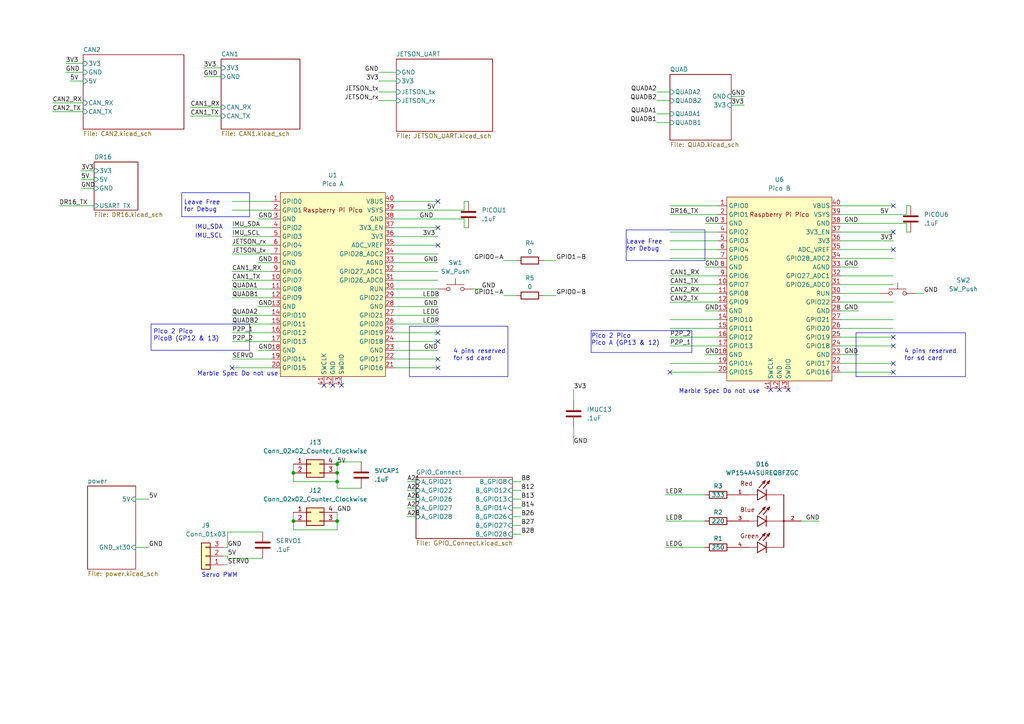
<source format=kicad_sch>
(kicad_sch (version 20230121) (generator eeschema)
  (paper "A4")
  (lib_symbols
    (symbol "Connector_Generic:Conn_01x03" (pin_names (offset 1.016) hide)
      (property "Reference" "J" (at 0 5.08 0))
      (property "Value" "Conn_01x03" (at 0 -5.08 0))
      (symbol "Conn_01x03_1_1"
        (rectangle (start -1.27 -2.413) (end 0 -2.667) (stroke (width 0.1524)))
        (rectangle (start -1.27 0.127) (end 0 -0.127) (stroke (width 0.1524)))
        (rectangle (start -1.27 2.667) (end 0 2.413) (stroke (width 0.1524)))
        (rectangle (start -1.27 3.81) (end 1.27 -3.81) (stroke (width 0.254)) (fill (type background)))
        (pin passive line (at -5.08 2.54 0) (length 3.81) (name "Pin_1") (number "1"))
        (pin passive line (at -5.08 0 0) (length 3.81) (name "Pin_2") (number "2"))
        (pin passive line (at -5.08 -2.54 0) (length 3.81) (name "Pin_3") (number "3"))
      )
    )
    (symbol "Connector_Generic:Conn_02x02_Counter_Clockwise" (pin_names (offset 1.016) hide)
      (property "Reference" "J" (at 1.27 2.54 0))
      (property "Value" "Conn_02x02_Counter_Clockwise" (at 1.27 -5.08 0))
      (symbol "Conn_02x02_Counter_Clockwise_1_1"
        (rectangle (start -1.27 -2.413) (end 0 -2.667) (stroke (width 0.1524)))
        (rectangle (start -1.27 0.127) (end 0 -0.127) (stroke (width 0.1524)))
        (rectangle (start -1.27 1.27) (end 3.81 -3.81) (stroke (width 0.254)) (fill (type background)))
        (rectangle (start 3.81 -2.413) (end 2.54 -2.667) (stroke (width 0.1524)))
        (rectangle (start 3.81 0.127) (end 2.54 -0.127) (stroke (width 0.1524)))
        (pin passive line (at -5.08 0 0) (length 3.81) (name "Pin_1") (number "1"))
        (pin passive line (at -5.08 -2.54 0) (length 3.81) (name "Pin_2") (number "2"))
        (pin passive line (at 7.62 -2.54 180) (length 3.81) (name "Pin_3") (number "3"))
        (pin passive line (at 7.62 0 180) (length 3.81) (name "Pin_4") (number "4"))
      )
    )
    (symbol "Device:C" (pin_numbers hide) (pin_names (offset 0.254))
      (property "Reference" "C" (at 0.635 2.54 0))
      (property "Value" "C" (at 0.635 -2.54 0))
      (symbol "C_0_1"
        (polyline (pts (xy -2.032 -0.762) (xy 2.032 -0.762)) (stroke (width 0.508)))
        (polyline (pts (xy -2.032 0.762) (xy 2.032 0.762)) (stroke (width 0.508)))
      )
      (symbol "C_1_1"
        (pin passive line (at 0 3.81 270) (length 2.794) (name "~") (number "1"))
        (pin passive line (at 0 -3.81 90) (length 2.794) (name "~") (number "2"))
      )
    )
    (symbol "Device:R" (pin_numbers hide) (pin_names (offset 0))
      (property "Reference" "R" (at 2.032 0 90))
      (property "Value" "R" (at 0 0 90))
      (symbol "R_0_1"
        (rectangle (start -1.016 -2.54) (end 1.016 2.54) (stroke (width 0.254)))
      )
      (symbol "R_1_1"
        (pin passive line (at 0 3.81 270) (length 1.27) (name "~") (number "1"))
        (pin passive line (at 0 -3.81 90) (length 1.27) (name "~") (number "2"))
      )
    )
    (symbol "MCU_RaspberryPi_and_Boards:Pico"
      (property "Reference" "U" (at -13.97 27.94 0))
      (property "Value" "Pico" (at 0 19.05 0))
      (symbol "Pico_0_0"
        (text "Raspberry Pi Pico" (at 0 21.59 0) (effects (font (size 1.27 1.27))))
      )
      (symbol "Pico_0_1"
        (rectangle (start -15.24 26.67) (end 15.24 -26.67) (fill (type background)))
      )
      (symbol "Pico_1_1"
        (pin bidirectional line (at -17.78 24.13 0) (length 2.54) (name "GPIO0") (number "1"))
        (pin bidirectional line (at -17.78 1.27 0) (length 2.54) (name "GPIO7") (number "10"))
        (pin bidirectional line (at -17.78 -1.27 0) (length 2.54) (name "GPIO8") (number "11"))
        (pin bidirectional line (at -17.78 -3.81 0) (length 2.54) (name "GPIO9") (number "12"))
        (pin power_in line (at -17.78 -6.35 0) (length 2.54) (name "GND") (number "13"))
        (pin bidirectional line (at -17.78 -8.89 0) (length 2.54) (name "GPIO10") (number "14"))
        (pin bidirectional line (at -17.78 -11.43 0) (length 2.54) (name "GPIO11") (number "15"))
        (pin bidirectional line (at -17.78 -13.97 0) (length 2.54) (name "GPIO12") (number "16"))
        (pin bidirectional line (at -17.78 -16.51 0) (length 2.54) (name "GPIO13") (number "17"))
        (pin power_in line (at -17.78 -19.05 0) (length 2.54) (name "GND") (number "18"))
        (pin bidirectional line (at -17.78 -21.59 0) (length 2.54) (name "GPIO14") (number "19"))
        (pin bidirectional line (at -17.78 21.59 0) (length 2.54) (name "GPIO1") (number "2"))
        (pin bidirectional line (at -17.78 -24.13 0) (length 2.54) (name "GPIO15") (number "20"))
        (pin bidirectional line (at 17.78 -24.13 180) (length 2.54) (name "GPIO16") (number "21"))
        (pin bidirectional line (at 17.78 -21.59 180) (length 2.54) (name "GPIO17") (number "22"))
        (pin power_in line (at 17.78 -19.05 180) (length 2.54) (name "GND") (number "23"))
        (pin bidirectional line (at 17.78 -16.51 180) (length 2.54) (name "GPIO18") (number "24"))
        (pin bidirectional line (at 17.78 -13.97 180) (length 2.54) (name "GPIO19") (number "25"))
        (pin bidirectional line (at 17.78 -11.43 180) (length 2.54) (name "GPIO20") (number "26"))
        (pin bidirectional line (at 17.78 -8.89 180) (length 2.54) (name "GPIO21") (number "27"))
        (pin power_in line (at 17.78 -6.35 180) (length 2.54) (name "GND") (number "28"))
        (pin bidirectional line (at 17.78 -3.81 180) (length 2.54) (name "GPIO22") (number "29"))
        (pin power_in line (at -17.78 19.05 0) (length 2.54) (name "GND") (number "3"))
        (pin input line (at 17.78 -1.27 180) (length 2.54) (name "RUN") (number "30"))
        (pin bidirectional line (at 17.78 1.27 180) (length 2.54) (name "GPIO26_ADC0") (number "31"))
        (pin bidirectional line (at 17.78 3.81 180) (length 2.54) (name "GPIO27_ADC1") (number "32"))
        (pin power_in line (at 17.78 6.35 180) (length 2.54) (name "AGND") (number "33"))
        (pin bidirectional line (at 17.78 8.89 180) (length 2.54) (name "GPIO28_ADC2") (number "34"))
        (pin power_in line (at 17.78 11.43 180) (length 2.54) (name "ADC_VREF") (number "35"))
        (pin power_in line (at 17.78 13.97 180) (length 2.54) (name "3V3") (number "36"))
        (pin input line (at 17.78 16.51 180) (length 2.54) (name "3V3_EN") (number "37"))
        (pin bidirectional line (at 17.78 19.05 180) (length 2.54) (name "GND") (number "38"))
        (pin power_in line (at 17.78 21.59 180) (length 2.54) (name "VSYS") (number "39"))
        (pin bidirectional line (at -17.78 16.51 0) (length 2.54) (name "GPIO2") (number "4"))
        (pin power_in line (at 17.78 24.13 180) (length 2.54) (name "VBUS") (number "40"))
        (pin input line (at -2.54 -29.21 90) (length 2.54) (name "SWCLK") (number "41"))
        (pin power_in line (at 0 -29.21 90) (length 2.54) (name "GND") (number "42"))
        (pin bidirectional line (at 2.54 -29.21 90) (length 2.54) (name "SWDIO") (number "43"))
        (pin bidirectional line (at -17.78 13.97 0) (length 2.54) (name "GPIO3") (number "5"))
        (pin bidirectional line (at -17.78 11.43 0) (length 2.54) (name "GPIO4") (number "6"))
        (pin bidirectional line (at -17.78 8.89 0) (length 2.54) (name "GPIO5") (number "7"))
        (pin power_in line (at -17.78 6.35 0) (length 2.54) (name "GND") (number "8"))
        (pin bidirectional line (at -17.78 3.81 0) (length 2.54) (name "GPIO6") (number "9"))
      )
    )
    (symbol "Switch:SW_Push" (pin_numbers hide) (pin_names (offset 1.016) hide)
      (property "Reference" "SW" (at 1.27 2.54 0))
      (property "Value" "SW_Push" (at 0 -1.524 0))
      (symbol "SW_Push_0_1"
        (circle (center -2.032 0) (radius 0.508))
        (polyline (pts (xy 0 1.27) (xy 0 3.048)))
        (polyline (pts (xy 2.54 1.27) (xy -2.54 1.27)))
        (circle (center 2.032 0) (radius 0.508))
        (pin passive line (at -5.08 0 0) (length 2.54) (name "1") (number "1"))
        (pin passive line (at 5.08 0 180) (length 2.54) (name "2") (number "2"))
      )
    )
    (symbol "WP154A4SUREQBFZGC:WP154A4SUREQBFZGC" (pin_names (offset 1.016))
      (property "Reference" "D" (at -10.16 12.7 0))
      (property "Value" "WP154A4SUREQBFZGC" (at -10.16 -12.7 0))
      (symbol "WP154A4SUREQBFZGC_0_0"
        (polyline (pts (xy -2.54 -9.144) (xy 0 -7.62)) (stroke (width 0.254)))
        (polyline (pts (xy -2.54 -7.62) (xy -5.08 -7.62)) (stroke (width 0.1524)))
        (polyline (pts (xy -2.54 -7.62) (xy -2.54 -9.144)) (stroke (width 0.254)))
        (polyline (pts (xy -2.54 -6.096) (xy -2.54 -7.62)) (stroke (width 0.254)))
        (polyline (pts (xy -2.54 -1.524) (xy 0 0)) (stroke (width 0.254)))
        (polyline (pts (xy -2.54 0) (xy -5.08 0)) (stroke (width 0.1524)))
        (polyline (pts (xy -2.54 0) (xy -2.54 -1.524)) (stroke (width 0.254)))
        (polyline (pts (xy -2.54 1.524) (xy -2.54 0)) (stroke (width 0.254)))
        (polyline (pts (xy -2.54 6.096) (xy 0 7.62)) (stroke (width 0.254)))
        (polyline (pts (xy -2.54 7.62) (xy -5.08 7.62)) (stroke (width 0.1524)))
        (polyline (pts (xy -2.54 7.62) (xy -2.54 6.096)) (stroke (width 0.254)))
        (polyline (pts (xy -2.54 9.144) (xy -2.54 7.62)) (stroke (width 0.254)))
        (polyline (pts (xy -0.3556 -3.5814) (xy -2.1336 -5.6134)) (stroke (width 0.254)))
        (polyline (pts (xy -0.3556 4.0386) (xy -2.1336 2.0066)) (stroke (width 0.254)))
        (polyline (pts (xy -0.3556 11.6586) (xy -2.1336 9.6266)) (stroke (width 0.254)))
        (polyline (pts (xy 0 -7.62) (xy -2.54 -6.096)) (stroke (width 0.254)))
        (polyline (pts (xy 0 -7.62) (xy 0 -9.144)) (stroke (width 0.254)))
        (polyline (pts (xy 0 -6.096) (xy 0 -7.62)) (stroke (width 0.254)))
        (polyline (pts (xy 0 0) (xy -2.54 1.524)) (stroke (width 0.254)))
        (polyline (pts (xy 0 0) (xy 0 -1.524)) (stroke (width 0.254)))
        (polyline (pts (xy 0 1.524) (xy 0 0)) (stroke (width 0.254)))
        (polyline (pts (xy 0 7.62) (xy -2.54 9.144)) (stroke (width 0.254)))
        (polyline (pts (xy 0 7.62) (xy 0 6.096)) (stroke (width 0.254)))
        (polyline (pts (xy 0 9.144) (xy 0 7.62)) (stroke (width 0.254)))
        (polyline (pts (xy 0.889 -3.683) (xy -0.889 -5.715)) (stroke (width 0.254)))
        (polyline (pts (xy 0.889 3.937) (xy -0.889 1.905)) (stroke (width 0.254)))
        (polyline (pts (xy 0.889 11.557) (xy -0.889 9.525)) (stroke (width 0.254)))
        (polyline (pts (xy 5.08 -7.62) (xy 0 -7.62)) (stroke (width 0.1524)))
        (polyline (pts (xy 5.08 0) (xy 0 0)) (stroke (width 0.1524)))
        (polyline (pts (xy 5.08 0) (xy 5.08 -7.62)) (stroke (width 0.254)))
        (polyline (pts (xy 5.08 7.62) (xy 0 7.62)) (stroke (width 0.1524)))
        (polyline (pts (xy 5.08 7.62) (xy 5.08 0)) (stroke (width 0.254)))
        (polyline (pts (xy -1.143 -3.937) (xy -0.5715 -4.445) (xy -0.1905 -3.429) (xy -1.143 -3.937)) (stroke (width 0.1524)) (fill (type outline)))
        (polyline (pts (xy -1.143 3.683) (xy -0.5715 3.175) (xy -0.1905 4.191) (xy -1.143 3.683)) (stroke (width 0.1524)) (fill (type outline)))
        (polyline (pts (xy -1.143 11.303) (xy -0.5715 10.795) (xy -0.1905 11.811) (xy -1.143 11.303)) (stroke (width 0.1524)) (fill (type outline)))
        (polyline (pts (xy 0.127 -4.0005) (xy 0.6985 -4.5085) (xy 1.0795 -3.429) (xy 0.127 -4.0005)) (stroke (width 0.1524)) (fill (type outline)))
        (polyline (pts (xy 0.127 3.6195) (xy 0.6985 3.1115) (xy 1.0795 4.191) (xy 0.127 3.6195)) (stroke (width 0.1524)) (fill (type outline)))
        (polyline (pts (xy 0.127 11.2395) (xy 0.6985 10.7315) (xy 1.0795 11.811) (xy 0.127 11.2395)) (stroke (width 0.1524)) (fill (type outline)))
        (circle (center 5.08 0) (radius 0.15) (stroke (width 0.3)))
        (text "Blue" (at -7.62 2.54 0) (effects (font (size 1.27 1.27)) (justify left bottom)))
        (text "Green" (at -7.62 -5.08 0) (effects (font (size 1.27 1.27)) (justify left bottom)))
        (text "Red" (at -7.62 10.16 0) (effects (font (size 1.27 1.27)) (justify left bottom)))
        (pin passive line (at -10.16 7.62 0) (length 5.08) (name "~") (number "1"))
        (pin passive line (at 10.16 0 180) (length 5.08) (name "~") (number "2"))
        (pin passive line (at -10.16 0 0) (length 5.08) (name "~") (number "3"))
        (pin passive line (at -10.16 -7.62 0) (length 5.08) (name "~") (number "4"))
      )
    )
  )
  (junction (at 97.79 151.13))
  (junction (at 97.79 134.62))
  (junction (at 97.79 139.7))
  (junction (at 85.09 137.16))
  (junction (at 97.79 137.16))
  (junction (at 85.09 151.13))
  (no_connect (at 127 99.06))
  (no_connect (at 96.52 111.76))
  (no_connect (at 194.31 107.95))
  (no_connect (at 127 71.12))
  (no_connect (at 127 96.52))
  (no_connect (at 127 106.68))
  (no_connect (at 259.08 97.79))
  (no_connect (at 259.08 107.95))
  (no_connect (at 226.06 113.03))
  (no_connect (at 259.08 67.31))
  (no_connect (at 67.31 106.68))
  (no_connect (at 228.6 113.03))
  (no_connect (at 127 104.14))
  (no_connect (at 259.08 105.41))
  (no_connect (at 127 58.42))
  (no_connect (at 127 66.04))
  (no_connect (at 223.52 113.03))
  (no_connect (at 259.08 59.69))
  (no_connect (at 259.08 72.39))
  (no_connect (at 259.08 100.33))
  (no_connect (at 99.06 111.76))
  (no_connect (at 93.98 111.76))
  (wire (pts (xy 74.93 88.9) (xy 78.74 88.9)))
  (wire (pts (xy 204.47 90.17) (xy 208.28 90.17)))
  (wire (pts (xy 15.24 29.845) (xy 24.13 29.845)))
  (wire (pts (xy 194.31 82.55) (xy 208.28 82.55)))
  (wire (pts (xy 67.31 106.68) (xy 78.74 106.68)))
  (wire (pts (xy 120.65 149.86) (xy 118.11 149.86)))
  (wire (pts (xy 64.77 163.83) (xy 66.04 163.83)))
  (wire (pts (xy 114.3 91.44) (xy 127 91.44)))
  (wire (pts (xy 194.31 100.33) (xy 208.28 100.33)))
  (wire (pts (xy 97.79 153.67) (xy 97.79 151.13)))
  (wire (pts (xy 74.93 76.2) (xy 78.74 76.2)))
  (wire (pts (xy 134.62 60.96) (xy 114.3 60.96)))
  (wire (pts (xy 243.84 72.39) (xy 259.08 72.39)))
  (wire (pts (xy 262.89 59.69) (xy 262.89 62.23)))
  (wire (pts (xy 114.3 63.5) (xy 134.62 63.5)))
  (wire (pts (xy 67.31 66.04) (xy 78.74 66.04)))
  (wire (pts (xy 243.84 90.17) (xy 248.92 90.17)))
  (wire (pts (xy 194.31 97.79) (xy 208.28 97.79)))
  (wire (pts (xy 243.84 59.69) (xy 259.08 59.69)))
  (wire (pts (xy 67.31 58.42) (xy 78.74 58.42)))
  (wire (pts (xy 74.93 63.5) (xy 78.74 63.5)))
  (wire (pts (xy 17.145 59.69) (xy 27.305 59.69)))
  (wire (pts (xy 151.13 144.78) (xy 148.59 144.78)))
  (wire (pts (xy 137.16 83.82) (xy 139.7 83.82)))
  (wire (pts (xy 64.77 158.75) (xy 66.04 158.75)))
  (wire (pts (xy 85.09 137.16) (xy 85.09 139.7)))
  (wire (pts (xy 67.31 99.06) (xy 78.74 99.06)))
  (wire (pts (xy 243.84 87.63) (xy 259.08 87.63)))
  (wire (pts (xy 114.3 88.9) (xy 127 88.9)))
  (wire (pts (xy 194.31 62.23) (xy 208.28 62.23)))
  (wire (pts (xy 194.31 105.41) (xy 208.28 105.41)))
  (wire (pts (xy 204.47 77.47) (xy 208.28 77.47)))
  (wire (pts (xy 67.31 60.96) (xy 78.74 60.96)))
  (wire (pts (xy 85.09 134.62) (xy 85.09 137.16)))
  (wire (pts (xy 194.31 74.93) (xy 208.28 74.93)))
  (wire (pts (xy 39.37 144.78) (xy 43.18 144.78)))
  (wire (pts (xy 134.62 58.42) (xy 134.62 60.96)))
  (wire (pts (xy 194.31 87.63) (xy 208.28 87.63)))
  (wire (pts (xy 193.04 143.51) (xy 204.47 143.51)))
  (wire (pts (xy 151.13 142.24) (xy 148.59 142.24)))
  (wire (pts (xy 243.84 107.95) (xy 259.08 107.95)))
  (wire (pts (xy 114.3 99.06) (xy 127 99.06)))
  (wire (pts (xy 194.31 72.39) (xy 208.28 72.39)))
  (wire (pts (xy 243.84 80.01) (xy 259.08 80.01)))
  (wire (pts (xy 243.84 69.85) (xy 259.08 69.85)))
  (wire (pts (xy 114.3 101.6) (xy 127 101.6)))
  (wire (pts (xy 204.47 64.77) (xy 208.28 64.77)))
  (wire (pts (xy 114.3 76.2) (xy 127 76.2)))
  (wire (pts (xy 243.84 92.71) (xy 259.08 92.71)))
  (wire (pts (xy 194.31 59.69) (xy 208.28 59.69)))
  (wire (pts (xy 67.31 71.12) (xy 78.74 71.12)))
  (wire (pts (xy 193.04 158.75) (xy 204.47 158.75)))
  (wire (pts (xy 190.5 29.21) (xy 194.31 29.21)))
  (wire (pts (xy 243.84 105.41) (xy 259.08 105.41)))
  (wire (pts (xy 109.855 29.21) (xy 114.935 29.21)))
  (wire (pts (xy 85.09 148.59) (xy 85.09 151.13)))
  (wire (pts (xy 190.5 33.02) (xy 194.31 33.02)))
  (wire (pts (xy 19.05 18.415) (xy 24.13 18.415)))
  (wire (pts (xy 243.84 97.79) (xy 259.08 97.79)))
  (wire (pts (xy 97.79 151.13) (xy 97.79 148.59)))
  (wire (pts (xy 114.3 104.14) (xy 127 104.14)))
  (wire (pts (xy 190.5 35.56) (xy 194.31 35.56)))
  (wire (pts (xy 67.31 73.66) (xy 78.74 73.66)))
  (wire (pts (xy 232.41 151.13) (xy 237.49 151.13)))
  (wire (pts (xy 151.13 149.86) (xy 148.59 149.86)))
  (wire (pts (xy 97.79 133.985) (xy 97.79 134.62)))
  (wire (pts (xy 114.3 66.04) (xy 127 66.04)))
  (wire (pts (xy 67.31 68.58) (xy 78.74 68.58)))
  (wire (pts (xy 59.055 22.225) (xy 64.135 22.225)))
  (wire (pts (xy 134.62 66.04) (xy 134.62 63.5)))
  (wire (pts (xy 194.31 69.85) (xy 208.28 69.85)))
  (wire (pts (xy 114.3 58.42) (xy 127 58.42)))
  (wire (pts (xy 20.32 23.495) (xy 24.13 23.495)))
  (wire (pts (xy 15.24 32.385) (xy 24.13 32.385)))
  (wire (pts (xy 243.84 62.23) (xy 262.89 62.23)))
  (wire (pts (xy 151.13 139.7) (xy 148.59 139.7)))
  (wire (pts (xy 157.48 85.725) (xy 161.29 85.725)))
  (wire (pts (xy 85.09 139.7) (xy 97.79 139.7)))
  (wire (pts (xy 190.5 26.67) (xy 194.31 26.67)))
  (wire (pts (xy 151.13 154.94) (xy 148.59 154.94)))
  (wire (pts (xy 67.31 91.44) (xy 78.74 91.44)))
  (wire (pts (xy 212.09 30.48) (xy 215.9 30.48)))
  (wire (pts (xy 262.89 67.31) (xy 262.89 64.77)))
  (wire (pts (xy 114.3 68.58) (xy 127 68.58)))
  (wire (pts (xy 85.09 153.67) (xy 97.79 153.67)))
  (wire (pts (xy 67.31 96.52) (xy 78.74 96.52)))
  (wire (pts (xy 243.84 64.77) (xy 262.89 64.77)))
  (wire (pts (xy 157.48 75.565) (xy 161.29 75.565)))
  (wire (pts (xy 151.13 147.32) (xy 148.59 147.32)))
  (wire (pts (xy 114.3 71.12) (xy 127 71.12)))
  (wire (pts (xy 265.43 85.09) (xy 267.97 85.09)))
  (wire (pts (xy 114.3 83.82) (xy 127 83.82)))
  (wire (pts (xy 97.79 137.16) (xy 97.79 134.62)))
  (wire (pts (xy 146.05 75.565) (xy 149.86 75.565)))
  (wire (pts (xy 114.3 86.36) (xy 127 86.36)))
  (wire (pts (xy 120.65 144.78) (xy 118.11 144.78)))
  (wire (pts (xy 215.9 27.94) (xy 212.09 27.94)))
  (wire (pts (xy 194.31 85.09) (xy 208.28 85.09)))
  (wire (pts (xy 59.055 19.685) (xy 64.135 19.685)))
  (wire (pts (xy 194.31 80.01) (xy 208.28 80.01)))
  (wire (pts (xy 109.855 23.495) (xy 114.935 23.495)))
  (wire (pts (xy 114.3 106.68) (xy 127 106.68)))
  (wire (pts (xy 151.13 152.4) (xy 148.59 152.4)))
  (wire (pts (xy 67.31 93.98) (xy 78.74 93.98)))
  (wire (pts (xy 120.65 142.24) (xy 118.11 142.24)))
  (wire (pts (xy 114.3 78.74) (xy 127 78.74)))
  (wire (pts (xy 74.93 101.6) (xy 78.74 101.6)))
  (wire (pts (xy 67.31 81.28) (xy 78.74 81.28)))
  (wire (pts (xy 114.3 81.28) (xy 127 81.28)))
  (wire (pts (xy 66.04 161.925) (xy 66.04 161.29)))
  (wire (pts (xy 114.3 73.66) (xy 127 73.66)))
  (wire (pts (xy 64.77 161.29) (xy 66.04 161.29)))
  (wire (pts (xy 255.27 85.09) (xy 243.84 85.09)))
  (wire (pts (xy 23.495 52.07) (xy 27.305 52.07)))
  (wire (pts (xy 39.37 158.75) (xy 43.18 158.75)))
  (wire (pts (xy 264.16 67.31) (xy 262.89 67.31)))
  (wire (pts (xy 55.245 33.655) (xy 64.135 33.655)))
  (wire (pts (xy 120.65 147.32) (xy 118.11 147.32)))
  (wire (pts (xy 19.05 20.955) (xy 24.13 20.955)))
  (wire (pts (xy 120.65 139.7) (xy 118.11 139.7)))
  (wire (pts (xy 109.855 20.955) (xy 114.935 20.955)))
  (wire (pts (xy 204.47 102.87) (xy 208.28 102.87)))
  (wire (pts (xy 166.37 113.03) (xy 166.37 116.205)))
  (wire (pts (xy 243.84 100.33) (xy 259.08 100.33)))
  (wire (pts (xy 146.05 85.725) (xy 149.86 85.725)))
  (wire (pts (xy 67.31 83.82) (xy 78.74 83.82)))
  (wire (pts (xy 104.775 133.985) (xy 97.79 133.985)))
  (wire (pts (xy 194.31 107.95) (xy 208.28 107.95)))
  (wire (pts (xy 243.84 77.47) (xy 248.92 77.47)))
  (wire (pts (xy 194.31 95.25) (xy 208.28 95.25)))
  (wire (pts (xy 104.775 141.605) (xy 97.79 141.605)))
  (wire (pts (xy 262.89 59.69) (xy 264.16 59.69)))
  (wire (pts (xy 193.04 151.13) (xy 204.47 151.13)))
  (wire (pts (xy 85.09 151.13) (xy 85.09 153.67)))
  (wire (pts (xy 134.62 58.42) (xy 135.89 58.42)))
  (wire (pts (xy 97.79 141.605) (xy 97.79 139.7)))
  (wire (pts (xy 109.855 26.67) (xy 114.935 26.67)))
  (wire (pts (xy 243.84 67.31) (xy 259.08 67.31)))
  (wire (pts (xy 194.31 92.71) (xy 208.28 92.71)))
  (wire (pts (xy 67.31 104.14) (xy 78.74 104.14)))
  (wire (pts (xy 114.3 96.52) (xy 127 96.52)))
  (wire (pts (xy 243.84 95.25) (xy 259.08 95.25)))
  (wire (pts (xy 67.31 78.74) (xy 78.74 78.74)))
  (wire (pts (xy 76.2 154.305) (xy 66.04 154.305)))
  (wire (pts (xy 135.89 66.04) (xy 134.62 66.04)))
  (wire (pts (xy 97.79 139.7) (xy 97.79 137.16)))
  (wire (pts (xy 194.31 67.31) (xy 208.28 67.31)))
  (wire (pts (xy 243.84 74.93) (xy 259.08 74.93)))
  (wire (pts (xy 66.04 154.305) (xy 66.04 158.75)))
  (wire (pts (xy 166.37 123.825) (xy 166.37 128.905)))
  (wire (pts (xy 23.495 49.53) (xy 27.305 49.53)))
  (wire (pts (xy 114.3 93.98) (xy 127 93.98)))
  (wire (pts (xy 76.2 161.925) (xy 66.04 161.925)))
  (wire (pts (xy 55.245 31.115) (xy 64.135 31.115)))
  (wire (pts (xy 243.84 102.87) (xy 248.92 102.87)))
  (wire (pts (xy 67.31 86.36) (xy 78.74 86.36)))
  (wire (pts (xy 23.495 54.61) (xy 27.305 54.61)))
  (wire (pts (xy 243.84 82.55) (xy 259.08 82.55)))
  (rectangle (start 43.815 93.98) (end 72.39 101.6))
  (rectangle (start 118.745 94.615) (end 147.32 109.22))
  (rectangle (start 52.705 55.88) (end 72.39 62.865))
  (rectangle (start 248.285 96.52) (end 280.035 109.22))
  (rectangle (start 181.61 66.675) (end 204.47 75.565))
  (rectangle (start 171.45 95.885) (end 200.66 102.235))
  (text "4 pins reserved\nfor sd card" (at 131.445 104.775 0) (effects (font (size 1.27 1.27)) (justify left bottom)))
  (text "Servo PWM\n" (at 58.42 167.64 0) (effects (font (size 1.27 1.27)) (justify left bottom)))
  (text "IMU_SCL\n" (at 56.515 69.215 0) (effects (font (size 1.27 1.27)) (justify left bottom)))
  (text "Pico 2 Pico\nPicoB (GP12 & 13)" (at 44.45 99.06 0) (effects (font (size 1.27 1.27)) (justify left bottom)))
  (text "Leave Free \nfor Debug" (at 53.34 61.595 0) (effects (font (size 1.27 1.27)) (justify left bottom)))
  (text "Pico 2 Pico\nPico A (GP13 & 12)" (at 171.45 100.33 0) (effects (font (size 1.27 1.27)) (justify left bottom)))
  (text "IMU_SDA\n" (at 56.515 66.675 0) (effects (font (size 1.27 1.27)) (justify left bottom)))
  (text "4 pins reserved\nfor sd card" (at 262.255 104.775 0) (effects (font (size 1.27 1.27)) (justify left bottom)))
  (text "Marble Spec Do not use" (at 196.85 114.3 0) (effects (font (size 1.27 1.27)) (justify left bottom)))
  (text "Leave Free\nfor Debug" (at 181.61 73.025 0) (effects (font (size 1.27 1.27)) (justify left bottom)))
  (text "Marble Spec Do not use" (at 57.15 109.22 0) (effects (font (size 1.27 1.27)) (justify left bottom)))
  (label "GND" (at 248.92 64.77 180))
  (label "JETSON_tx" (at 109.855 26.67 180))
  (label "CAN1_RX" (at 55.245 31.115 0))
  (label "CAN1_RX" (at 67.31 78.74 0))
  (label "GND" (at 74.93 101.6 0))
  (label "A28" (at 118.11 149.86 0))
  (label "GPIO0-A" (at 146.05 75.565 180))
  (label "3V3" (at 166.37 113.03 0))
  (label "P2P_2" (at 194.31 97.79 0))
  (label "QUADB2" (at 67.31 93.98 0))
  (label "GPIO1-A" (at 146.05 85.725 180))
  (label "3V3" (at 23.495 49.53 0))
  (label "3V3" (at 122.555 68.58 0))
  (label "LEDR" (at 193.04 143.51 0))
  (label "B13" (at 151.13 144.78 0))
  (label "5V" (at 123.825 60.96 0))
  (label "B14" (at 151.13 147.32 0))
  (label "GND" (at 127 88.9 180))
  (label "GPIO0-B" (at 161.29 85.725 0))
  (label "P2P_2" (at 67.31 99.06 0))
  (label "CAN2_RX" (at 15.24 29.845 0))
  (label "GND" (at 74.93 63.5 0))
  (label "GND" (at 125.73 63.5 180))
  (label "LEDB" (at 193.04 151.13 0))
  (label "QUADA2" (at 190.5 26.67 180))
  (label "GND" (at 166.37 128.905 0))
  (label "GND" (at 74.93 88.9 0))
  (label "P2P_1" (at 194.31 100.33 0))
  (label "QUADA1" (at 67.31 83.82 0))
  (label "GND" (at 204.47 102.87 0))
  (label "CAN1_TX" (at 67.31 81.28 0))
  (label "B26" (at 151.13 149.86 0))
  (label "LEDG" (at 193.04 158.75 0))
  (label "A27" (at 118.11 147.32 0))
  (label "P2P_1" (at 67.31 96.52 0))
  (label "CAN2_TX" (at 194.31 87.63 0))
  (label "GND" (at 204.47 77.47 0))
  (label "GND" (at 43.18 158.75 0))
  (label "QUADA1" (at 190.5 33.02 180))
  (label "JETSON_tx" (at 67.31 73.66 0))
  (label "5V" (at 66.04 161.29 0))
  (label "5V" (at 20.32 23.495 0))
  (label "QUADB1" (at 67.31 86.36 0))
  (label "GND" (at 233.68 151.13 0))
  (label "B8" (at 151.13 139.7 0))
  (label "SERVO" (at 66.04 163.83 0))
  (label "QUADA2" (at 67.31 91.44 0))
  (label "B27" (at 151.13 152.4 0))
  (label "CAN1_TX" (at 55.245 33.655 0))
  (label "LEDR" (at 122.555 93.98 0))
  (label "IMU_SDA" (at 67.31 66.04 0))
  (label "3V3" (at 19.05 18.415 0))
  (label "CAN1_TX" (at 194.31 82.55 0))
  (label "SERVO" (at 67.31 104.14 0))
  (label "DR16_TX" (at 17.145 59.69 0))
  (label "B12" (at 151.13 142.24 0))
  (label "3V3" (at 59.055 19.685 0))
  (label "GND" (at 19.05 20.955 0))
  (label "GND" (at 248.92 77.47 180))
  (label "GND" (at 59.055 22.225 0))
  (label "LEDB" (at 122.555 86.36 0))
  (label "3V3" (at 109.855 23.495 180))
  (label "QUADB2" (at 190.5 29.21 180))
  (label "GND" (at 248.92 90.17 180))
  (label "3V3" (at 212.09 30.48 0))
  (label "A21" (at 118.11 139.7 0))
  (label "A26" (at 118.11 144.78 0))
  (label "DR16_TX" (at 194.31 62.23 0))
  (label "A22" (at 118.11 142.24 0))
  (label "IMU_SCL" (at 67.31 68.58 0))
  (label "CAN2_RX" (at 194.31 85.09 0))
  (label "3V3" (at 255.27 69.85 0))
  (label "GND" (at 109.855 20.955 180))
  (label "GND" (at 97.79 148.59 0))
  (label "GND" (at 66.04 158.75 0))
  (label "GND" (at 23.495 54.61 0))
  (label "GND" (at 248.92 102.87 180))
  (label "GND" (at 204.47 64.77 0))
  (label "GND" (at 212.09 27.94 0))
  (label "5V" (at 255.27 62.23 0))
  (label "GPIO1-B" (at 161.29 75.565 0))
  (label "GND" (at 127 76.2 180))
  (label "JETSON_rx" (at 67.31 71.12 0))
  (label "LEDG" (at 122.555 91.44 0))
  (label "CAN2_TX" (at 15.24 32.385 0))
  (label "5V" (at 97.79 134.62 0))
  (label "GND" (at 74.93 76.2 0))
  (label "GND" (at 204.47 90.17 0))
  (label "JETSON_rx" (at 109.855 29.21 180))
  (label "CAN1_RX" (at 194.31 80.01 0))
  (label "5V" (at 23.495 52.07 0))
  (label "QUADB1" (at 190.5 35.56 180))
  (label "B28" (at 151.13 154.94 0))
  (label "GND" (at 267.97 85.09 0))
  (label "GND" (at 139.7 83.82 0))
  (label "GND" (at 127 101.6 180))
  (label "5V" (at 43.18 144.78 0))
  (symbol (lib_id "Device:C") (at 166.37 120.015 0) (unit 1)
    (property "Reference" "IMUC13" (at 170.18 118.745 0) (effects (justify left)))
    (property "Value" ".1uF" (at 170.18 121.285 0) (effects (justify left)))
    (property "Footprint" "Capacitor_THT:C_Disc_D7.0mm_W2.5mm_P5.00mm" (effects hide))
  )
  (symbol (lib_id "Device:R") (at 208.28 151.13 90) (unit 1)
    (property "Reference" "R2" (at 208.28 148.59 90))
    (property "Value" "220" (at 208.28 151.13 90))
    (property "Footprint" "Resistor_THT:R_Axial_DIN0207_L6.3mm_D2.5mm_P10.16mm_Horizontal" (effects hide))
  )
  (symbol (lib_id "Device:C") (at 135.89 62.23 0) (unit 1)
    (property "Reference" "PICOU1" (at 139.7 60.96 0) (effects (justify left)))
    (property "Value" ".1uF" (at 139.7 63.5 0) (effects (justify left)))
    (property "Footprint" "Capacitor_THT:C_Disc_D7.0mm_W2.5mm_P5.00mm" (effects hide))
  )
  (symbol (lib_id "MCU_RaspberryPi_and_Boards:Pico") (at 226.06 83.82 0) (unit 1)
    (property "Reference" "U6" (at 226.06 52.07 0))
    (property "Value" "Pico B" (at 226.06 54.61 0))
    (property "Footprint" "appended_pico:Updated_Pico" (effects hide))
  )
  (symbol (lib_id "Device:R") (at 153.67 75.565 90) (unit 1)
    (property "Reference" "R4" (at 153.67 70.485 90))
    (property "Value" "0" (at 153.67 73.025 90))
    (property "Footprint" "Resistor_THT:R_Axial_DIN0207_L6.3mm_D2.5mm_P10.16mm_Horizontal" (effects hide))
  )
  (symbol (lib_id "Connector_Generic:Conn_02x02_Counter_Clockwise") (at 90.17 134.62 0) (unit 1)
    (property "Reference" "J13" (at 91.44 128.27 0))
    (property "Value" "Conn_02x02_Counter_Clockwise" (at 91.44 130.81 0))
    (property "Footprint" "Connector_PinSocket_2.00mm:PinSocket_2x02_P2.00mm_Vertical" (effects hide))
  )
  (symbol (lib_id "Connector_Generic:Conn_02x02_Counter_Clockwise") (at 90.17 148.59 0) (unit 1)
    (property "Reference" "J12" (at 91.44 142.24 0))
    (property "Value" "Conn_02x02_Counter_Clockwise" (at 91.44 144.78 0))
    (property "Footprint" "Connector_PinSocket_2.00mm:PinSocket_2x02_P2.00mm_Vertical" (effects hide))
  )
  (symbol (lib_id "MCU_RaspberryPi_and_Boards:Pico") (at 96.52 82.55 0) (unit 1)
    (property "Reference" "U1" (at 96.52 50.8 0))
    (property "Value" "Pico A" (at 96.52 53.34 0))
    (property "Footprint" "appended_pico:Updated_Pico" (effects hide))
  )
  (symbol (lib_id "Connector_Generic:Conn_01x03") (at 59.69 161.29 180) (unit 1)
    (property "Reference" "J9" (at 59.69 152.4 0))
    (property "Value" "Conn_01x03" (at 59.69 154.94 0))
    (property "Footprint" "Connector_PinSocket_2.00mm:PinSocket_1x03_P2.00mm_Vertical" (effects hide))
  )
  (symbol (lib_id "Device:C") (at 264.16 63.5 0) (unit 1)
    (property "Reference" "PICOU6" (at 267.97 62.23 0) (effects (justify left)))
    (property "Value" ".1uF" (at 267.97 64.77 0) (effects (justify left)))
    (property "Footprint" "Capacitor_THT:C_Disc_D7.0mm_W2.5mm_P5.00mm" (effects hide))
  )
  (symbol (lib_id "Switch:SW_Push") (at 260.35 85.09 0) (unit 1)
    (property "Reference" "SW2" (at 279.4 81.28 0))
    (property "Value" "SW_Push" (at 279.4 83.82 0))
    (property "Footprint" "PS1024ALRED:SW_PS1024ALRED" (effects hide))
  )
  (symbol (lib_id "Device:R") (at 208.28 143.51 90) (unit 1)
    (property "Reference" "R3" (at 208.28 140.97 90))
    (property "Value" "333" (at 208.28 143.51 90))
    (property "Footprint" "Resistor_THT:R_Axial_DIN0207_L6.3mm_D2.5mm_P10.16mm_Horizontal" (effects hide))
  )
  (symbol (lib_id "Device:C") (at 104.775 137.795 0) (unit 1)
    (property "Reference" "5VCAP1" (at 108.585 136.525 0) (effects (justify left)))
    (property "Value" ".1uF" (at 108.585 139.065 0) (effects (justify left)))
    (property "Footprint" "Capacitor_THT:C_Disc_D7.0mm_W2.5mm_P5.00mm" (effects hide))
  )
  (symbol (lib_id "WP154A4SUREQBFZGC:WP154A4SUREQBFZGC") (at 222.25 151.13 0) (unit 1)
    (property "Reference" "D16" (at 221.13 134.62 0))
    (property "Value" "WP154A4SUREQBFZGC" (at 221.13 137.16 0))
    (property "Footprint" "WP154A4SUREQBFZGC:LED_WP154A4SUREQBFZGC" (effects hide))
    (property "SNAPEDA_PACKAGE_ID" "25043" (effects hide))
    (property "MAXIMUM_PACKAGE_HEIGHT" "9.6 mm" (effects hide))
    (property "STANDARD" "Manufacturer Recommendations" (effects hide))
    (property "PARTREV" "V.9A" (effects hide))
    (property "MANUFACTURER" "Kingbright" (effects hide))
    (property "SNAPEDA_PN" "WP154A4SUREQBFZGC" (effects hide))
  )
  (symbol (lib_id "Device:C") (at 76.2 158.115 0) (unit 1)
    (property "Reference" "SERVO1" (at 80.01 156.845 0) (effects (justify left)))
    (property "Value" ".1uF" (at 80.01 159.385 0) (effects (justify left)))
    (property "Footprint" "Capacitor_THT:C_Disc_D7.0mm_W2.5mm_P5.00mm" (effects hide))
  )
  (symbol (lib_id "Device:R") (at 208.28 158.75 90) (unit 1)
    (property "Reference" "R1" (at 208.28 156.21 90))
    (property "Value" "250" (at 208.28 158.75 90))
    (property "Footprint" "Resistor_THT:R_Axial_DIN0207_L6.3mm_D2.5mm_P10.16mm_Horizontal" (effects hide))
  )
  (symbol (lib_id "Device:R") (at 153.67 85.725 90) (unit 1)
    (property "Reference" "R5" (at 153.67 80.645 90))
    (property "Value" "0" (at 153.67 83.185 90))
    (property "Footprint" "Resistor_THT:R_Axial_DIN0207_L6.3mm_D2.5mm_P10.16mm_Horizontal" (effects hide))
  )
  (symbol (lib_id "Switch:SW_Push") (at 132.08 83.82 0) (unit 1)
    (property "Reference" "SW1" (at 132.08 76.2 0))
    (property "Value" "SW_Push" (at 132.08 78.74 0))
    (property "Footprint" "PS1024ALRED:SW_PS1024ALRED" (effects hide))
  )
  (sheet (at 25.4 140.97) (size 13.97 24.13) (stroke (width 0.1524))
    (property "Sheetname" "power" (at 25.4 140.2584 0) (effects (justify left bottom)))
    (property "Sheetfile" "power.kicad_sch" (at 25.4 165.6846 0) (effects (justify left top)))
    (pin "5V" input (at 39.37 144.78 0))
    (pin "GND_xt30" input (at 39.37 158.75 0))
  )
  (sheet (at 194.31 21.59) (size 17.78 19.05) (stroke (width 0.1524))
    (property "Sheetname" "QUAD" (at 194.31 20.8784 0) (effects (justify left bottom)))
    (property "Sheetfile" "QUAD.kicad_sch" (at 194.31 41.2246 0) (effects (justify left top)))
    (pin "QUADA2" input (at 194.31 26.67 180))
    (pin "GND" input (at 212.09 27.94 0))
    (pin "3V3" input (at 212.09 30.48 0))
    (pin "QUADB2" input (at 194.31 29.21 180))
    (pin "QUADA1" input (at 194.31 33.02 180))
    (pin "QUADB1" input (at 194.31 35.56 180))
  )
  (sheet (at 114.935 17.145) (size 27.94 20.955) (stroke (width 0.1524))
    (property "Sheetname" "JETSON_UART" (at 114.935 16.4334 0) (effects (justify left bottom)))
    (property "Sheetfile" "JETSON_UART.kicad_sch" (at 114.935 38.6846 0) (effects (justify left top)))
    (pin "GND" input (at 114.935 20.955 180))
    (pin "JETSON_tx" input (at 114.935 26.67 180))
    (pin "JETSON_rx" input (at 114.935 29.21 180))
    (pin "3V3" input (at 114.935 23.495 180))
  )
  (sheet (at 64.135 17.145) (size 22.86 20.32) (stroke (width 0.1524))
    (property "Sheetname" "CAN1" (at 64.135 16.4334 0) (effects (justify left bottom)))
    (property "Sheetfile" "CAN1.kicad_sch" (at 64.135 38.0496 0) (effects (justify left top)))
    (pin "CAN_RX" input (at 64.135 31.115 180))
    (pin "3V3" input (at 64.135 19.685 180))
    (pin "CAN_TX" input (at 64.135 33.655 180))
    (pin "GND" input (at 64.135 22.225 180))
  )
  (sheet (at 120.65 138.43) (size 27.94 17.78) (stroke (width 0.1524))
    (property "Sheetname" "GPIO_Connect" (at 120.65 137.7184 0) (effects (justify left bottom)))
    (property "Sheetfile" "GPIO_Connect.kicad_sch" (at 120.65 156.7946 0) (effects (justify left top)))
    (pin "A_GPIO27" input (at 120.65 147.32 180))
    (pin "A_GPIO28" input (at 120.65 149.86 180))
    (pin "A_GPIO26" input (at 120.65 144.78 180))
    (pin "A_GPIO21" input (at 120.65 139.7 180))
    (pin "A_GPIO22" input (at 120.65 142.24 180))
    (pin "B_GPIO26" input (at 148.59 149.86 0))
    (pin "B_GPIO28" input (at 148.59 154.94 0))
    (pin "B_GPIO27" input (at 148.59 152.4 0))
    (pin "B_GPIO8" input (at 148.59 139.7 0))
    (pin "B_GPIO13" input (at 148.59 144.78 0))
    (pin "B_GPIO14" input (at 148.59 147.32 0))
    (pin "B_GPIO12" input (at 148.59 142.24 0))
  )
  (sheet (at 27.305 46.99) (size 12.7 13.97) (stroke (width 0.1524))
    (property "Sheetname" "DR16" (at 27.305 46.2784 0) (effects (justify left bottom)))
    (property "Sheetfile" "DR16.kicad_sch" (at 27.305 61.5446 0) (effects (justify left top)))
    (pin "GND" input (at 27.305 54.61 180))
    (pin "5V" input (at 27.305 52.07 180))
    (pin "3V3" input (at 27.305 49.53 180))
    (pin "USART TX" input (at 27.305 59.69 180))
  )
  (sheet (at 24.13 15.875) (size 29.21 21.59) (stroke (width 0.1524))
    (property "Sheetname" "CAN2" (at 24.13 15.1634 0) (effects (justify left bottom)))
    (property "Sheetfile" "CAN2.kicad_sch" (at 24.13 38.0496 0) (effects (justify left top)))
    (pin "GND" input (at 24.13 20.955 180))
    (pin "CAN_TX" input (at 24.13 32.385 180))
    (pin "3V3" input (at 24.13 18.415 180))
    (pin "CAN_RX" input (at 24.13 29.845 180))
    (pin "5V" input (at 24.13 23.495 180))
  )
)
</source>
